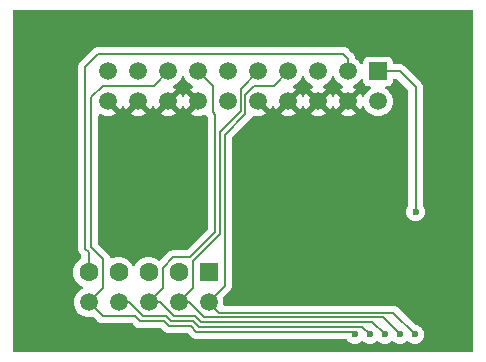
<source format=gbl>
%TF.GenerationSoftware,KiCad,Pcbnew,8.0.8*%
%TF.CreationDate,2025-02-20T14:02:33+09:00*%
%TF.ProjectId,CABLE-ADAPTER-SEGGER,4341424c-452d-4414-9441-505445522d53,rev?*%
%TF.SameCoordinates,PX3938700PY42c1d80*%
%TF.FileFunction,Copper,L2,Bot*%
%TF.FilePolarity,Positive*%
%FSLAX46Y46*%
G04 Gerber Fmt 4.6, Leading zero omitted, Abs format (unit mm)*
G04 Created by KiCad (PCBNEW 8.0.8) date 2025-02-20 14:02:33*
%MOMM*%
%LPD*%
G01*
G04 APERTURE LIST*
%TA.AperFunction,ComponentPad*%
%ADD10R,1.600000X1.600000*%
%TD*%
%TA.AperFunction,ComponentPad*%
%ADD11C,1.500000*%
%TD*%
%TA.AperFunction,ComponentPad*%
%ADD12C,1.600000*%
%TD*%
%TA.AperFunction,ComponentPad*%
%ADD13R,1.500000X1.500000*%
%TD*%
%TA.AperFunction,ViaPad*%
%ADD14C,0.600000*%
%TD*%
%TA.AperFunction,Conductor*%
%ADD15C,0.200000*%
%TD*%
G04 APERTURE END LIST*
D10*
%TO.P,CN3,1,1*%
%TO.N,/VTref*%
X17080000Y7270000D03*
D11*
%TO.P,CN3,2,2*%
%TO.N,/SWDIO*%
X17080000Y4730000D03*
D12*
%TO.P,CN3,3,3*%
%TO.N,GND*%
X14540000Y7270000D03*
D11*
%TO.P,CN3,4,4*%
%TO.N,/SWCLK*%
X14540000Y4730000D03*
D12*
%TO.P,CN3,5,5*%
%TO.N,/VPOWER*%
X12000000Y7270000D03*
D11*
%TO.P,CN3,6,6*%
%TO.N,/SWO*%
X12000000Y4730000D03*
D12*
%TO.P,CN3,7,7*%
%TO.N,/RTCK*%
X9460000Y7270000D03*
D11*
%TO.P,CN3,8,8*%
%TO.N,/TDI*%
X9460000Y4730000D03*
D12*
%TO.P,CN3,9,9*%
%TO.N,/TRST*%
X6920000Y7270000D03*
D11*
%TO.P,CN3,10,10*%
%TO.N,/RESET*%
X6920000Y4730000D03*
%TD*%
D13*
%TO.P,CN1,1,1*%
%TO.N,/VTref*%
X31430000Y24270000D03*
D11*
%TO.P,CN1,2,2*%
%TO.N,unconnected-(CN1-Pad2)*%
X31430000Y21730000D03*
%TO.P,CN1,3,3*%
%TO.N,/TRST*%
X28890000Y24270000D03*
%TO.P,CN1,4,4*%
%TO.N,GND*%
X28890000Y21730000D03*
%TO.P,CN1,5,5*%
%TO.N,/TDI*%
X26350000Y24270000D03*
%TO.P,CN1,6,6*%
%TO.N,GND*%
X26350000Y21730000D03*
%TO.P,CN1,7,7*%
%TO.N,/SWDIO*%
X23810000Y24270000D03*
%TO.P,CN1,8,8*%
%TO.N,GND*%
X23810000Y21730000D03*
%TO.P,CN1,9,9*%
%TO.N,/SWCLK*%
X21270000Y24270000D03*
%TO.P,CN1,10,10*%
%TO.N,GND*%
X21270000Y21730000D03*
%TO.P,CN1,11,11*%
%TO.N,/RTCK*%
X18730000Y24270000D03*
%TO.P,CN1,12,12*%
%TO.N,GND*%
X18730000Y21730000D03*
%TO.P,CN1,13,13*%
%TO.N,/SWO*%
X16190000Y24270000D03*
%TO.P,CN1,14,14*%
%TO.N,GND*%
X16190000Y21730000D03*
%TO.P,CN1,15,15*%
%TO.N,/RESET*%
X13650000Y24270000D03*
%TO.P,CN1,16,16*%
%TO.N,GND*%
X13650000Y21730000D03*
%TO.P,CN1,17,17*%
%TO.N,unconnected-(CN1-Pad17)*%
X11110000Y24270000D03*
%TO.P,CN1,18,18*%
%TO.N,GND*%
X11110000Y21730000D03*
%TO.P,CN1,19,19*%
%TO.N,/VPOWER*%
X8570000Y24270000D03*
%TO.P,CN1,20,20*%
%TO.N,GND*%
X8570000Y21730000D03*
%TD*%
D14*
%TO.N,/SWDIO*%
X34540000Y2000000D03*
%TO.N,/SWCLK*%
X33270000Y2000000D03*
%TO.N,/RESET*%
X29460000Y2000000D03*
%TO.N,/SWO*%
X32000000Y2000000D03*
%TO.N,/VTref*%
X34600000Y12400000D03*
%TO.N,/TDI*%
X30730000Y2000000D03*
%TD*%
D15*
%TO.N,/SWDIO*%
X32690000Y3850000D02*
X34540000Y2000000D01*
X23810000Y24270000D02*
X22590000Y23050000D01*
X18450000Y18900000D02*
X18450000Y6100000D01*
X20200000Y22300000D02*
X20200000Y20650000D01*
X22590000Y23050000D02*
X20950000Y23050000D01*
X18450000Y6100000D02*
X17080000Y4730000D01*
X17960000Y3850000D02*
X32690000Y3850000D01*
X20950000Y23050000D02*
X20200000Y22300000D01*
X20200000Y20650000D02*
X18450000Y18900000D01*
X17080000Y4730000D02*
X17960000Y3850000D01*
%TO.N,/SWCLK*%
X15420000Y4730000D02*
X16700000Y3450000D01*
X18050000Y19150000D02*
X18050000Y10500000D01*
X15750000Y5940000D02*
X14540000Y4730000D01*
X31820000Y3450000D02*
X33270000Y2000000D01*
X14540000Y4730000D02*
X15420000Y4730000D01*
X15750000Y8200000D02*
X15750000Y5940000D01*
X21270000Y24270000D02*
X19800000Y22800000D01*
X18050000Y10500000D02*
X15750000Y8200000D01*
X16700000Y3450000D02*
X31820000Y3450000D01*
X19800000Y20900000D02*
X18050000Y19150000D01*
X19800000Y22800000D02*
X19800000Y20900000D01*
%TO.N,/RESET*%
X7150000Y9400000D02*
X8150000Y8400000D01*
X29210000Y2250000D02*
X16050000Y2250000D01*
X16050000Y2250000D02*
X15600000Y2700000D01*
X15600000Y2700000D02*
X13750000Y2700000D01*
X10875000Y3550000D02*
X8100000Y3550000D01*
X11275000Y3150000D02*
X10875000Y3550000D01*
X13300000Y3150000D02*
X11275000Y3150000D01*
X8150000Y5960000D02*
X6920000Y4730000D01*
X13650000Y24270000D02*
X12430000Y23050000D01*
X8100000Y3550000D02*
X6920000Y4730000D01*
X8150000Y8400000D02*
X8150000Y5960000D01*
X7150000Y22100000D02*
X7150000Y9400000D01*
X13750000Y2700000D02*
X13300000Y3150000D01*
X8100000Y23050000D02*
X7150000Y22100000D01*
X29460000Y2000000D02*
X29210000Y2250000D01*
X12430000Y23050000D02*
X8100000Y23050000D01*
%TO.N,/SWO*%
X17450000Y23010000D02*
X17450000Y20800000D01*
X13000000Y4730000D02*
X14130000Y3600000D01*
X16190000Y24270000D02*
X17450000Y23010000D01*
X30950000Y3050000D02*
X32000000Y2000000D01*
X13200000Y7650000D02*
X13200000Y5930000D01*
X13200000Y5930000D02*
X12000000Y4730000D01*
X15500000Y8550000D02*
X14100000Y8550000D01*
X17650000Y10700000D02*
X15500000Y8550000D01*
X14100000Y8550000D02*
X13200000Y7650000D01*
X17650000Y20600000D02*
X17650000Y10700000D01*
X12000000Y4730000D02*
X13000000Y4730000D01*
X15900000Y3600000D02*
X16450000Y3050000D01*
X14130000Y3600000D02*
X15900000Y3600000D01*
X16450000Y3050000D02*
X30950000Y3050000D01*
X17450000Y20800000D02*
X17650000Y20600000D01*
%TO.N,/VTref*%
X34600000Y22950000D02*
X33280000Y24270000D01*
X34600000Y12400000D02*
X34600000Y22950000D01*
X33280000Y24270000D02*
X31430000Y24270000D01*
%TO.N,/TDI*%
X9460000Y4730000D02*
X10370000Y4730000D01*
X13450000Y3600000D02*
X13900000Y3150000D01*
X10370000Y4730000D02*
X11500000Y3600000D01*
X30080000Y2650000D02*
X30730000Y2000000D01*
X13900000Y3150000D02*
X15750000Y3150000D01*
X15750000Y3150000D02*
X16250000Y2650000D01*
X16250000Y2650000D02*
X30080000Y2650000D01*
X11500000Y3600000D02*
X13450000Y3600000D01*
%TO.N,/TRST*%
X6920000Y8980000D02*
X6650000Y9250000D01*
X28890000Y25360000D02*
X28890000Y24270000D01*
X7750000Y25750000D02*
X28500000Y25750000D01*
X6650000Y24650000D02*
X7750000Y25750000D01*
X6920000Y7270000D02*
X6920000Y8980000D01*
X6650000Y9250000D02*
X6650000Y24650000D01*
X28500000Y25750000D02*
X28890000Y25360000D01*
%TD*%
%TA.AperFunction,Conductor*%
%TO.N,GND*%
G36*
X15790000Y21677339D02*
G01*
X15817259Y21575606D01*
X15869920Y21484394D01*
X15944394Y21409920D01*
X16035606Y21357259D01*
X16137339Y21330000D01*
X16143552Y21330000D01*
X15500427Y20686876D01*
X15562612Y20643334D01*
X15760840Y20550899D01*
X15760849Y20550895D01*
X15972105Y20494290D01*
X15972115Y20494288D01*
X16189999Y20475225D01*
X16190001Y20475225D01*
X16407884Y20494288D01*
X16407894Y20494290D01*
X16619150Y20550895D01*
X16619159Y20550899D01*
X16737781Y20606212D01*
X16806859Y20616704D01*
X16870643Y20588184D01*
X16897572Y20555832D01*
X16917716Y20520942D01*
X16962977Y20442547D01*
X16969481Y20431283D01*
X17013181Y20387583D01*
X17046666Y20326260D01*
X17049500Y20299902D01*
X17049500Y11000097D01*
X17029815Y10933058D01*
X17013181Y10912416D01*
X15287584Y9186819D01*
X15226261Y9153334D01*
X15199903Y9150500D01*
X14179057Y9150500D01*
X14020942Y9150500D01*
X13868215Y9109577D01*
X13868214Y9109577D01*
X13868212Y9109576D01*
X13868209Y9109575D01*
X13818096Y9080641D01*
X13818095Y9080640D01*
X13774689Y9055580D01*
X13731285Y9030521D01*
X13731282Y9030519D01*
X13619478Y8918714D01*
X12990157Y8289394D01*
X12928834Y8255909D01*
X12859142Y8260893D01*
X12831354Y8275499D01*
X12653375Y8400119D01*
X12652734Y8400568D01*
X12652732Y8400569D01*
X12446497Y8496739D01*
X12446488Y8496742D01*
X12226697Y8555634D01*
X12226693Y8555635D01*
X12226692Y8555635D01*
X12226691Y8555636D01*
X12226686Y8555636D01*
X12000002Y8575468D01*
X11999998Y8575468D01*
X11773313Y8555636D01*
X11773302Y8555634D01*
X11553511Y8496742D01*
X11553502Y8496739D01*
X11347267Y8400569D01*
X11347265Y8400568D01*
X11160858Y8270046D01*
X10999954Y8109142D01*
X10869432Y7922735D01*
X10869431Y7922733D01*
X10842382Y7864725D01*
X10796209Y7812286D01*
X10729016Y7793134D01*
X10662135Y7813350D01*
X10617618Y7864725D01*
X10590568Y7922733D01*
X10590567Y7922735D01*
X10460045Y8109142D01*
X10299141Y8270046D01*
X10112734Y8400568D01*
X10112732Y8400569D01*
X9906497Y8496739D01*
X9906488Y8496742D01*
X9686697Y8555634D01*
X9686693Y8555635D01*
X9686692Y8555635D01*
X9686691Y8555636D01*
X9686686Y8555636D01*
X9460002Y8575468D01*
X9459998Y8575468D01*
X9233313Y8555636D01*
X9233302Y8555634D01*
X9013511Y8496742D01*
X9013497Y8496737D01*
X8909431Y8448210D01*
X8840354Y8437718D01*
X8776570Y8466238D01*
X8738331Y8524715D01*
X8737268Y8528439D01*
X8709577Y8631784D01*
X8703108Y8642989D01*
X8630524Y8768710D01*
X8630518Y8768718D01*
X7786819Y9612417D01*
X7753334Y9673740D01*
X7750500Y9700098D01*
X7750500Y20539650D01*
X7770185Y20606689D01*
X7822989Y20652444D01*
X7892147Y20662388D01*
X7937085Y20644597D01*
X7937920Y20646042D01*
X7942611Y20643334D01*
X8140840Y20550899D01*
X8140849Y20550895D01*
X8352105Y20494290D01*
X8352115Y20494288D01*
X8569999Y20475225D01*
X8570001Y20475225D01*
X8787884Y20494288D01*
X8787894Y20494290D01*
X8999150Y20550895D01*
X8999164Y20550900D01*
X9197383Y20643331D01*
X9197385Y20643332D01*
X9259570Y20686876D01*
X8616446Y21330000D01*
X8622661Y21330000D01*
X8724394Y21357259D01*
X8815606Y21409920D01*
X8890080Y21484394D01*
X8942741Y21575606D01*
X8970000Y21677339D01*
X8970000Y21683554D01*
X9613124Y21040430D01*
X9656668Y21102615D01*
X9656669Y21102617D01*
X9727618Y21254767D01*
X9773790Y21307207D01*
X9840983Y21326359D01*
X9907865Y21306144D01*
X9952382Y21254768D01*
X10023333Y21102613D01*
X10066874Y21040429D01*
X10710000Y21683555D01*
X10710000Y21677339D01*
X10737259Y21575606D01*
X10789920Y21484394D01*
X10864394Y21409920D01*
X10955606Y21357259D01*
X11057339Y21330000D01*
X11063553Y21330000D01*
X10420427Y20686876D01*
X10482612Y20643334D01*
X10680840Y20550899D01*
X10680849Y20550895D01*
X10892105Y20494290D01*
X10892115Y20494288D01*
X11109999Y20475225D01*
X11110001Y20475225D01*
X11327884Y20494288D01*
X11327894Y20494290D01*
X11539150Y20550895D01*
X11539164Y20550900D01*
X11737383Y20643331D01*
X11737385Y20643332D01*
X11799570Y20686876D01*
X11156448Y21330000D01*
X11162661Y21330000D01*
X11264394Y21357259D01*
X11355606Y21409920D01*
X11430080Y21484394D01*
X11482741Y21575606D01*
X11510000Y21677339D01*
X11510000Y21683554D01*
X12153124Y21040430D01*
X12196668Y21102615D01*
X12196669Y21102617D01*
X12267618Y21254767D01*
X12313790Y21307207D01*
X12380983Y21326359D01*
X12447865Y21306144D01*
X12492382Y21254768D01*
X12563333Y21102613D01*
X12606874Y21040429D01*
X13250000Y21683555D01*
X13250000Y21677339D01*
X13277259Y21575606D01*
X13329920Y21484394D01*
X13404394Y21409920D01*
X13495606Y21357259D01*
X13597339Y21330000D01*
X13603553Y21330000D01*
X12960427Y20686876D01*
X13022612Y20643334D01*
X13220840Y20550899D01*
X13220849Y20550895D01*
X13432105Y20494290D01*
X13432115Y20494288D01*
X13649999Y20475225D01*
X13650001Y20475225D01*
X13867884Y20494288D01*
X13867894Y20494290D01*
X14079150Y20550895D01*
X14079164Y20550900D01*
X14277383Y20643331D01*
X14277385Y20643332D01*
X14339571Y20686876D01*
X13696448Y21330000D01*
X13702661Y21330000D01*
X13804394Y21357259D01*
X13895606Y21409920D01*
X13970080Y21484394D01*
X14022741Y21575606D01*
X14050000Y21677339D01*
X14050000Y21683554D01*
X14693124Y21040430D01*
X14736668Y21102615D01*
X14736669Y21102617D01*
X14807618Y21254767D01*
X14853790Y21307207D01*
X14920983Y21326359D01*
X14987865Y21306144D01*
X15032382Y21254768D01*
X15103333Y21102613D01*
X15146874Y21040429D01*
X15790000Y21683555D01*
X15790000Y21677339D01*
G37*
%TD.AperFunction*%
%TA.AperFunction,Conductor*%
G36*
X14987865Y23844959D02*
G01*
X15032381Y23793586D01*
X15102898Y23642361D01*
X15228402Y23463123D01*
X15383123Y23308402D01*
X15562360Y23182899D01*
X15562361Y23182898D01*
X15714175Y23112106D01*
X15766614Y23065934D01*
X15785766Y22998740D01*
X15765550Y22931859D01*
X15714175Y22887342D01*
X15562614Y22816668D01*
X15562612Y22816667D01*
X15500428Y22773125D01*
X15500427Y22773125D01*
X16143553Y22130000D01*
X16137339Y22130000D01*
X16035606Y22102741D01*
X15944394Y22050080D01*
X15869920Y21975606D01*
X15817259Y21884394D01*
X15790000Y21782661D01*
X15790000Y21776448D01*
X15146875Y22419573D01*
X15146875Y22419572D01*
X15103333Y22357388D01*
X15103332Y22357386D01*
X15032382Y22205233D01*
X14986209Y22152794D01*
X14919016Y22133642D01*
X14852135Y22153858D01*
X14807618Y22205233D01*
X14736668Y22357385D01*
X14693123Y22419572D01*
X14050000Y21776449D01*
X14050000Y21782661D01*
X14022741Y21884394D01*
X13970080Y21975606D01*
X13895606Y22050080D01*
X13804394Y22102741D01*
X13702661Y22130000D01*
X13696445Y22130000D01*
X14339571Y22773126D01*
X14277387Y22816667D01*
X14125824Y22887342D01*
X14073385Y22933514D01*
X14054233Y23000708D01*
X14074449Y23067589D01*
X14125822Y23112105D01*
X14277639Y23182898D01*
X14456877Y23308402D01*
X14611598Y23463123D01*
X14737102Y23642361D01*
X14807618Y23793586D01*
X14853790Y23846023D01*
X14920984Y23865175D01*
X14987865Y23844959D01*
G37*
%TD.AperFunction*%
%TA.AperFunction,Conductor*%
G36*
X25147865Y23844959D02*
G01*
X25192381Y23793586D01*
X25262898Y23642361D01*
X25388402Y23463123D01*
X25543123Y23308402D01*
X25722360Y23182899D01*
X25722361Y23182898D01*
X25874175Y23112106D01*
X25926614Y23065934D01*
X25945766Y22998740D01*
X25925550Y22931859D01*
X25874175Y22887342D01*
X25722614Y22816668D01*
X25722612Y22816667D01*
X25660428Y22773125D01*
X25660427Y22773125D01*
X26303554Y22130000D01*
X26297339Y22130000D01*
X26195606Y22102741D01*
X26104394Y22050080D01*
X26029920Y21975606D01*
X25977259Y21884394D01*
X25950000Y21782661D01*
X25950000Y21776448D01*
X25306875Y22419573D01*
X25306875Y22419572D01*
X25263333Y22357388D01*
X25263332Y22357386D01*
X25192382Y22205233D01*
X25146209Y22152794D01*
X25079016Y22133642D01*
X25012135Y22153858D01*
X24967618Y22205233D01*
X24896668Y22357385D01*
X24853123Y22419572D01*
X24210000Y21776449D01*
X24210000Y21782661D01*
X24182741Y21884394D01*
X24130080Y21975606D01*
X24055606Y22050080D01*
X23964394Y22102741D01*
X23862661Y22130000D01*
X23856445Y22130000D01*
X24499571Y22773126D01*
X24437387Y22816667D01*
X24285824Y22887342D01*
X24233385Y22933514D01*
X24214233Y23000708D01*
X24234449Y23067589D01*
X24285822Y23112105D01*
X24437639Y23182898D01*
X24616877Y23308402D01*
X24771598Y23463123D01*
X24897102Y23642361D01*
X24967618Y23793586D01*
X25013790Y23846023D01*
X25080984Y23865175D01*
X25147865Y23844959D01*
G37*
%TD.AperFunction*%
%TA.AperFunction,Conductor*%
G36*
X27687865Y23844959D02*
G01*
X27732381Y23793586D01*
X27802898Y23642361D01*
X27928402Y23463123D01*
X28083123Y23308402D01*
X28262360Y23182899D01*
X28262361Y23182898D01*
X28414175Y23112106D01*
X28466614Y23065934D01*
X28485766Y22998740D01*
X28465550Y22931859D01*
X28414175Y22887342D01*
X28262614Y22816668D01*
X28262612Y22816667D01*
X28200428Y22773125D01*
X28200427Y22773125D01*
X28843554Y22130000D01*
X28837339Y22130000D01*
X28735606Y22102741D01*
X28644394Y22050080D01*
X28569920Y21975606D01*
X28517259Y21884394D01*
X28490000Y21782661D01*
X28490000Y21776448D01*
X27846875Y22419573D01*
X27846875Y22419572D01*
X27803333Y22357388D01*
X27803332Y22357386D01*
X27732382Y22205233D01*
X27686209Y22152794D01*
X27619016Y22133642D01*
X27552135Y22153858D01*
X27507618Y22205233D01*
X27436668Y22357385D01*
X27393123Y22419572D01*
X26750000Y21776449D01*
X26750000Y21782661D01*
X26722741Y21884394D01*
X26670080Y21975606D01*
X26595606Y22050080D01*
X26504394Y22102741D01*
X26402661Y22130000D01*
X26396447Y22130000D01*
X27039571Y22773126D01*
X26977387Y22816667D01*
X26825824Y22887342D01*
X26773385Y22933514D01*
X26754233Y23000708D01*
X26774449Y23067589D01*
X26825822Y23112105D01*
X26977639Y23182898D01*
X27156877Y23308402D01*
X27311598Y23463123D01*
X27437102Y23642361D01*
X27507618Y23793586D01*
X27553790Y23846023D01*
X27620984Y23865175D01*
X27687865Y23844959D01*
G37*
%TD.AperFunction*%
%TA.AperFunction,Conductor*%
G36*
X30140355Y23628559D02*
G01*
X30175769Y23568330D01*
X30179500Y23538142D01*
X30179500Y23472131D01*
X30179501Y23472124D01*
X30185908Y23412517D01*
X30236202Y23277672D01*
X30236206Y23277665D01*
X30322452Y23162456D01*
X30322455Y23162453D01*
X30437664Y23076207D01*
X30437671Y23076203D01*
X30572517Y23025909D01*
X30572516Y23025909D01*
X30579444Y23025165D01*
X30632127Y23019500D01*
X30698139Y23019501D01*
X30765176Y22999817D01*
X30810932Y22947014D01*
X30820876Y22877856D01*
X30791852Y22814300D01*
X30769262Y22793926D01*
X30623118Y22691595D01*
X30468402Y22536879D01*
X30342900Y22357643D01*
X30342900Y22357642D01*
X30342898Y22357639D01*
X30342898Y22357638D01*
X30342780Y22357385D01*
X30272105Y22205824D01*
X30225932Y22153385D01*
X30158738Y22134234D01*
X30091857Y22154450D01*
X30047341Y22205826D01*
X29976669Y22357383D01*
X29933123Y22419572D01*
X29290000Y21776449D01*
X29290000Y21782661D01*
X29262741Y21884394D01*
X29210080Y21975606D01*
X29135606Y22050080D01*
X29044394Y22102741D01*
X28942661Y22130000D01*
X28936447Y22130000D01*
X29579571Y22773126D01*
X29517387Y22816667D01*
X29365824Y22887342D01*
X29313385Y22933514D01*
X29294233Y23000708D01*
X29314449Y23067589D01*
X29365822Y23112105D01*
X29517639Y23182898D01*
X29696877Y23308402D01*
X29851598Y23463123D01*
X29953928Y23609266D01*
X30008502Y23652888D01*
X30078000Y23660082D01*
X30140355Y23628559D01*
G37*
%TD.AperFunction*%
%TA.AperFunction,Conductor*%
G36*
X39442539Y29479815D02*
G01*
X39488294Y29427011D01*
X39499500Y29375500D01*
X39499500Y624500D01*
X39479815Y557461D01*
X39427011Y511706D01*
X39375500Y500500D01*
X624500Y500500D01*
X557461Y520185D01*
X511706Y572989D01*
X500500Y624500D01*
X500500Y7270002D01*
X5614532Y7270002D01*
X5614532Y7269999D01*
X5634364Y7043314D01*
X5634366Y7043303D01*
X5693258Y6823512D01*
X5693261Y6823503D01*
X5789431Y6617268D01*
X5789432Y6617266D01*
X5919954Y6430859D01*
X6080858Y6269955D01*
X6080861Y6269953D01*
X6267266Y6139432D01*
X6384429Y6084798D01*
X6436868Y6038626D01*
X6456020Y5971432D01*
X6435804Y5904551D01*
X6384429Y5860034D01*
X6292362Y5817102D01*
X6292357Y5817100D01*
X6113121Y5691598D01*
X5958402Y5536879D01*
X5832900Y5357643D01*
X5832898Y5357639D01*
X5740426Y5159332D01*
X5740422Y5159323D01*
X5683793Y4947980D01*
X5683793Y4947976D01*
X5664723Y4730003D01*
X5664723Y4729998D01*
X5683793Y4512025D01*
X5683793Y4512021D01*
X5740422Y4300678D01*
X5740424Y4300674D01*
X5740425Y4300670D01*
X5778641Y4218716D01*
X5832897Y4102362D01*
X5832898Y4102361D01*
X5958402Y3923123D01*
X6113123Y3768402D01*
X6292361Y3642898D01*
X6490670Y3550425D01*
X6702023Y3493793D01*
X6872450Y3478883D01*
X6919998Y3474723D01*
X6920000Y3474723D01*
X6920002Y3474723D01*
X6948254Y3477195D01*
X7137977Y3493793D01*
X7202108Y3510977D01*
X7271957Y3509314D01*
X7321882Y3478883D01*
X7615139Y3185626D01*
X7615149Y3185615D01*
X7619479Y3181285D01*
X7619480Y3181284D01*
X7731284Y3069480D01*
X7731286Y3069479D01*
X7731290Y3069476D01*
X7781610Y3040424D01*
X7781615Y3040422D01*
X7868209Y2990426D01*
X7868210Y2990425D01*
X7868212Y2990425D01*
X7868215Y2990423D01*
X8020943Y2949499D01*
X8020946Y2949499D01*
X8186653Y2949499D01*
X8186669Y2949500D01*
X10574903Y2949500D01*
X10641942Y2929815D01*
X10662584Y2913181D01*
X10790139Y2785626D01*
X10790149Y2785615D01*
X10794479Y2781285D01*
X10794480Y2781284D01*
X10906284Y2669480D01*
X10906286Y2669479D01*
X10906290Y2669476D01*
X11043209Y2590427D01*
X11043216Y2590423D01*
X11155019Y2560466D01*
X11195942Y2549500D01*
X11195943Y2549500D01*
X12999903Y2549500D01*
X13066942Y2529815D01*
X13087584Y2513181D01*
X13265139Y2335626D01*
X13265149Y2335615D01*
X13269479Y2331285D01*
X13269480Y2331284D01*
X13381284Y2219480D01*
X13381286Y2219479D01*
X13381290Y2219476D01*
X13465352Y2170943D01*
X13465353Y2170943D01*
X13518215Y2140423D01*
X13670943Y2099500D01*
X15299903Y2099500D01*
X15366942Y2079815D01*
X15387584Y2063181D01*
X15565139Y1885626D01*
X15565149Y1885615D01*
X15569479Y1881285D01*
X15569480Y1881284D01*
X15681284Y1769480D01*
X15768095Y1719361D01*
X15768097Y1719359D01*
X15806151Y1697389D01*
X15818215Y1690423D01*
X15970943Y1649500D01*
X28666293Y1649500D01*
X28733332Y1629815D01*
X28771287Y1591472D01*
X28830184Y1497738D01*
X28957738Y1370184D01*
X29110478Y1274211D01*
X29280745Y1214632D01*
X29280750Y1214631D01*
X29459996Y1194435D01*
X29460000Y1194435D01*
X29460004Y1194435D01*
X29639249Y1214631D01*
X29639252Y1214632D01*
X29639255Y1214632D01*
X29809522Y1274211D01*
X29962262Y1370184D01*
X30007319Y1415241D01*
X30068642Y1448726D01*
X30138334Y1443742D01*
X30182681Y1415241D01*
X30227738Y1370184D01*
X30380478Y1274211D01*
X30550745Y1214632D01*
X30550750Y1214631D01*
X30729996Y1194435D01*
X30730000Y1194435D01*
X30730004Y1194435D01*
X30909249Y1214631D01*
X30909252Y1214632D01*
X30909255Y1214632D01*
X31079522Y1274211D01*
X31232262Y1370184D01*
X31277319Y1415241D01*
X31338642Y1448726D01*
X31408334Y1443742D01*
X31452681Y1415241D01*
X31497738Y1370184D01*
X31650478Y1274211D01*
X31820745Y1214632D01*
X31820750Y1214631D01*
X31999996Y1194435D01*
X32000000Y1194435D01*
X32000004Y1194435D01*
X32179249Y1214631D01*
X32179252Y1214632D01*
X32179255Y1214632D01*
X32349522Y1274211D01*
X32502262Y1370184D01*
X32547319Y1415241D01*
X32608642Y1448726D01*
X32678334Y1443742D01*
X32722681Y1415241D01*
X32767738Y1370184D01*
X32920478Y1274211D01*
X33090745Y1214632D01*
X33090750Y1214631D01*
X33269996Y1194435D01*
X33270000Y1194435D01*
X33270004Y1194435D01*
X33449249Y1214631D01*
X33449252Y1214632D01*
X33449255Y1214632D01*
X33619522Y1274211D01*
X33772262Y1370184D01*
X33817319Y1415241D01*
X33878642Y1448726D01*
X33948334Y1443742D01*
X33992681Y1415241D01*
X34037738Y1370184D01*
X34190478Y1274211D01*
X34360745Y1214632D01*
X34360750Y1214631D01*
X34539996Y1194435D01*
X34540000Y1194435D01*
X34540004Y1194435D01*
X34719249Y1214631D01*
X34719252Y1214632D01*
X34719255Y1214632D01*
X34889522Y1274211D01*
X35042262Y1370184D01*
X35169816Y1497738D01*
X35265789Y1650478D01*
X35325368Y1820745D01*
X35332189Y1881284D01*
X35345565Y1999997D01*
X35345565Y2000004D01*
X35325369Y2179250D01*
X35325368Y2179255D01*
X35311293Y2219480D01*
X35265789Y2349522D01*
X35169816Y2502262D01*
X35042262Y2629816D01*
X34979137Y2669480D01*
X34889521Y2725790D01*
X34719249Y2785370D01*
X34632330Y2795163D01*
X34567916Y2822230D01*
X34558533Y2830702D01*
X33177590Y4211645D01*
X33177588Y4211648D01*
X33058717Y4330519D01*
X33058716Y4330520D01*
X32971904Y4380640D01*
X32971904Y4380641D01*
X32971900Y4380642D01*
X32921785Y4409577D01*
X32769057Y4450501D01*
X32610943Y4450501D01*
X32603347Y4450501D01*
X32603331Y4450500D01*
X18446146Y4450500D01*
X18379107Y4470185D01*
X18333352Y4522989D01*
X18322618Y4585307D01*
X18335277Y4729999D01*
X18335277Y4730003D01*
X18331569Y4772382D01*
X18316207Y4947977D01*
X18299023Y5012109D01*
X18300686Y5081959D01*
X18331115Y5131881D01*
X18930520Y5731284D01*
X19009577Y5868216D01*
X19050501Y6020943D01*
X19050501Y6179058D01*
X19050501Y6186653D01*
X19050500Y6186671D01*
X19050500Y18599903D01*
X19070185Y18666942D01*
X19086819Y18687584D01*
X20680520Y20281284D01*
X20759577Y20418216D01*
X20766097Y20442552D01*
X20802459Y20502209D01*
X20865305Y20532740D01*
X20917964Y20530232D01*
X21052105Y20494290D01*
X21052115Y20494288D01*
X21269999Y20475225D01*
X21270001Y20475225D01*
X21487884Y20494288D01*
X21487894Y20494290D01*
X21699150Y20550895D01*
X21699164Y20550900D01*
X21897383Y20643331D01*
X21897385Y20643332D01*
X21959570Y20686876D01*
X21316446Y21330000D01*
X21322661Y21330000D01*
X21424394Y21357259D01*
X21515606Y21409920D01*
X21590080Y21484394D01*
X21642741Y21575606D01*
X21670000Y21677339D01*
X21670000Y21683554D01*
X22313124Y21040430D01*
X22356668Y21102615D01*
X22356669Y21102617D01*
X22427618Y21254767D01*
X22473790Y21307207D01*
X22540983Y21326359D01*
X22607865Y21306144D01*
X22652382Y21254768D01*
X22723333Y21102613D01*
X22766874Y21040429D01*
X23410000Y21683555D01*
X23410000Y21677339D01*
X23437259Y21575606D01*
X23489920Y21484394D01*
X23564394Y21409920D01*
X23655606Y21357259D01*
X23757339Y21330000D01*
X23763553Y21330000D01*
X23120427Y20686876D01*
X23182612Y20643334D01*
X23380840Y20550899D01*
X23380849Y20550895D01*
X23592105Y20494290D01*
X23592115Y20494288D01*
X23809999Y20475225D01*
X23810001Y20475225D01*
X24027884Y20494288D01*
X24027894Y20494290D01*
X24239150Y20550895D01*
X24239164Y20550900D01*
X24437383Y20643331D01*
X24437385Y20643332D01*
X24499571Y20686876D01*
X23856448Y21330000D01*
X23862661Y21330000D01*
X23964394Y21357259D01*
X24055606Y21409920D01*
X24130080Y21484394D01*
X24182741Y21575606D01*
X24210000Y21677339D01*
X24210000Y21683554D01*
X24853124Y21040430D01*
X24896668Y21102615D01*
X24896669Y21102617D01*
X24967618Y21254767D01*
X25013790Y21307207D01*
X25080983Y21326359D01*
X25147865Y21306144D01*
X25192382Y21254768D01*
X25263333Y21102613D01*
X25306874Y21040429D01*
X25950000Y21683555D01*
X25950000Y21677339D01*
X25977259Y21575606D01*
X26029920Y21484394D01*
X26104394Y21409920D01*
X26195606Y21357259D01*
X26297339Y21330000D01*
X26303553Y21330000D01*
X25660427Y20686876D01*
X25722612Y20643334D01*
X25920840Y20550899D01*
X25920849Y20550895D01*
X26132105Y20494290D01*
X26132115Y20494288D01*
X26349999Y20475225D01*
X26350001Y20475225D01*
X26567884Y20494288D01*
X26567894Y20494290D01*
X26779150Y20550895D01*
X26779164Y20550900D01*
X26977383Y20643331D01*
X26977385Y20643332D01*
X27039570Y20686876D01*
X26396448Y21330000D01*
X26402661Y21330000D01*
X26504394Y21357259D01*
X26595606Y21409920D01*
X26670080Y21484394D01*
X26722741Y21575606D01*
X26750000Y21677339D01*
X26750000Y21683554D01*
X27393124Y21040430D01*
X27436668Y21102615D01*
X27436669Y21102617D01*
X27507618Y21254767D01*
X27553790Y21307207D01*
X27620983Y21326359D01*
X27687865Y21306144D01*
X27732382Y21254768D01*
X27803333Y21102613D01*
X27846874Y21040429D01*
X28490000Y21683555D01*
X28490000Y21677339D01*
X28517259Y21575606D01*
X28569920Y21484394D01*
X28644394Y21409920D01*
X28735606Y21357259D01*
X28837339Y21330000D01*
X28843553Y21330000D01*
X28200427Y20686876D01*
X28262612Y20643334D01*
X28460840Y20550899D01*
X28460849Y20550895D01*
X28672105Y20494290D01*
X28672115Y20494288D01*
X28889999Y20475225D01*
X28890001Y20475225D01*
X29107884Y20494288D01*
X29107894Y20494290D01*
X29319150Y20550895D01*
X29319164Y20550900D01*
X29517383Y20643331D01*
X29517385Y20643332D01*
X29579571Y20686876D01*
X28936448Y21330000D01*
X28942661Y21330000D01*
X29044394Y21357259D01*
X29135606Y21409920D01*
X29210080Y21484394D01*
X29262741Y21575606D01*
X29290000Y21677339D01*
X29290000Y21683554D01*
X29933124Y21040430D01*
X29976666Y21102612D01*
X30047340Y21254175D01*
X30093512Y21306614D01*
X30160706Y21325767D01*
X30227587Y21305552D01*
X30272105Y21254176D01*
X30342897Y21102362D01*
X30342898Y21102361D01*
X30468402Y20923123D01*
X30623123Y20768402D01*
X30802361Y20642898D01*
X31000670Y20550425D01*
X31212023Y20493793D01*
X31394926Y20477792D01*
X31429998Y20474723D01*
X31430000Y20474723D01*
X31430002Y20474723D01*
X31458254Y20477195D01*
X31647977Y20493793D01*
X31859330Y20550425D01*
X32057639Y20642898D01*
X32236877Y20768402D01*
X32391598Y20923123D01*
X32517102Y21102361D01*
X32609575Y21300670D01*
X32666207Y21512023D01*
X32685277Y21730000D01*
X32666207Y21947977D01*
X32616458Y22133642D01*
X32609577Y22159323D01*
X32609576Y22159324D01*
X32609575Y22159330D01*
X32517102Y22357638D01*
X32517099Y22357642D01*
X32517099Y22357643D01*
X32391599Y22536876D01*
X32358995Y22569480D01*
X32236877Y22691598D01*
X32090733Y22793929D01*
X32047112Y22848503D01*
X32039919Y22918002D01*
X32071441Y22980356D01*
X32131671Y23015770D01*
X32161859Y23019501D01*
X32227872Y23019501D01*
X32287483Y23025909D01*
X32422331Y23076204D01*
X32537546Y23162454D01*
X32623796Y23277669D01*
X32674091Y23412517D01*
X32680500Y23472127D01*
X32680500Y23545500D01*
X32700185Y23612539D01*
X32752989Y23658294D01*
X32804500Y23669500D01*
X32979903Y23669500D01*
X33046942Y23649815D01*
X33067584Y23633181D01*
X33963181Y22737584D01*
X33996666Y22676261D01*
X33999500Y22649903D01*
X33999500Y12982413D01*
X33979815Y12915374D01*
X33972450Y12905104D01*
X33970186Y12902266D01*
X33874211Y12749524D01*
X33814631Y12579255D01*
X33814630Y12579250D01*
X33794435Y12400004D01*
X33794435Y12399997D01*
X33814630Y12220751D01*
X33814631Y12220746D01*
X33874211Y12050477D01*
X33970184Y11897738D01*
X34097738Y11770184D01*
X34250478Y11674211D01*
X34420745Y11614632D01*
X34420750Y11614631D01*
X34599996Y11594435D01*
X34600000Y11594435D01*
X34600004Y11594435D01*
X34779249Y11614631D01*
X34779252Y11614632D01*
X34779255Y11614632D01*
X34949522Y11674211D01*
X35102262Y11770184D01*
X35229816Y11897738D01*
X35325789Y12050478D01*
X35385368Y12220745D01*
X35405565Y12400000D01*
X35385368Y12579255D01*
X35325789Y12749522D01*
X35229816Y12902262D01*
X35229814Y12902264D01*
X35229813Y12902266D01*
X35227550Y12905104D01*
X35226659Y12907285D01*
X35226111Y12908158D01*
X35226264Y12908255D01*
X35201144Y12969791D01*
X35200500Y12982413D01*
X35200500Y22860941D01*
X35200501Y22860954D01*
X35200501Y23029055D01*
X35200501Y23029057D01*
X35159577Y23181785D01*
X35102572Y23280520D01*
X35080520Y23318716D01*
X34968716Y23430520D01*
X34968715Y23430521D01*
X34964385Y23434851D01*
X34964374Y23434861D01*
X33767590Y24631645D01*
X33767588Y24631648D01*
X33648717Y24750519D01*
X33648716Y24750520D01*
X33561904Y24800640D01*
X33561904Y24800641D01*
X33561900Y24800642D01*
X33511785Y24829577D01*
X33359057Y24870501D01*
X33200943Y24870501D01*
X33193347Y24870501D01*
X33193331Y24870500D01*
X32804499Y24870500D01*
X32737460Y24890185D01*
X32691705Y24942989D01*
X32680499Y24994500D01*
X32680499Y25067871D01*
X32680498Y25067877D01*
X32680497Y25067884D01*
X32674091Y25127483D01*
X32672958Y25130520D01*
X32623797Y25262329D01*
X32623793Y25262336D01*
X32537547Y25377545D01*
X32537544Y25377548D01*
X32422335Y25463794D01*
X32422328Y25463798D01*
X32287482Y25514092D01*
X32287483Y25514092D01*
X32227883Y25520499D01*
X32227881Y25520500D01*
X32227873Y25520500D01*
X32227864Y25520500D01*
X30632129Y25520500D01*
X30632123Y25520499D01*
X30572516Y25514092D01*
X30437671Y25463798D01*
X30437664Y25463794D01*
X30322455Y25377548D01*
X30322452Y25377545D01*
X30236206Y25262336D01*
X30236202Y25262329D01*
X30185908Y25127483D01*
X30180468Y25076877D01*
X30179501Y25067877D01*
X30179500Y25067865D01*
X30179500Y25001862D01*
X30159815Y24934823D01*
X30107011Y24889068D01*
X30037853Y24879124D01*
X29974297Y24908149D01*
X29953925Y24930739D01*
X29851599Y25076876D01*
X29778975Y25149500D01*
X29696877Y25231598D01*
X29652979Y25262336D01*
X29543376Y25339082D01*
X29499751Y25393659D01*
X29492378Y25431111D01*
X29491560Y25431003D01*
X29490499Y25439061D01*
X29472508Y25506206D01*
X29449576Y25591787D01*
X29439918Y25608515D01*
X29403875Y25670943D01*
X29370520Y25728716D01*
X29258716Y25840520D01*
X29258715Y25840521D01*
X29254385Y25844851D01*
X29254374Y25844861D01*
X28987590Y26111645D01*
X28987588Y26111648D01*
X28868717Y26230519D01*
X28868716Y26230520D01*
X28781904Y26280640D01*
X28781904Y26280641D01*
X28781900Y26280642D01*
X28731785Y26309577D01*
X28579057Y26350501D01*
X28420943Y26350501D01*
X28413347Y26350501D01*
X28413331Y26350500D01*
X7836669Y26350500D01*
X7836653Y26350501D01*
X7829057Y26350501D01*
X7670943Y26350501D01*
X7563587Y26321735D01*
X7518210Y26309576D01*
X7518209Y26309575D01*
X7468096Y26280641D01*
X7468095Y26280640D01*
X7424689Y26255580D01*
X7381285Y26230521D01*
X7381282Y26230519D01*
X6169479Y25018716D01*
X6155499Y24994500D01*
X6141045Y24969464D01*
X6090423Y24881785D01*
X6049499Y24729057D01*
X6049499Y24729055D01*
X6049499Y24560954D01*
X6049500Y24560941D01*
X6049500Y9336670D01*
X6049499Y9336652D01*
X6049499Y9170946D01*
X6049498Y9170946D01*
X6087126Y9030521D01*
X6090423Y9018215D01*
X6100651Y9000500D01*
X6169477Y8881288D01*
X6169481Y8881283D01*
X6283181Y8767583D01*
X6316666Y8706260D01*
X6319500Y8679902D01*
X6319500Y8501694D01*
X6299815Y8434655D01*
X6266623Y8400119D01*
X6080859Y8270047D01*
X5919954Y8109142D01*
X5789432Y7922735D01*
X5789431Y7922733D01*
X5693261Y7716498D01*
X5693258Y7716489D01*
X5634366Y7496698D01*
X5634364Y7496687D01*
X5614532Y7270002D01*
X500500Y7270002D01*
X500500Y29375500D01*
X520185Y29442539D01*
X572989Y29488294D01*
X624500Y29499500D01*
X39375500Y29499500D01*
X39442539Y29479815D01*
G37*
%TD.AperFunction*%
%TD*%
M02*

</source>
